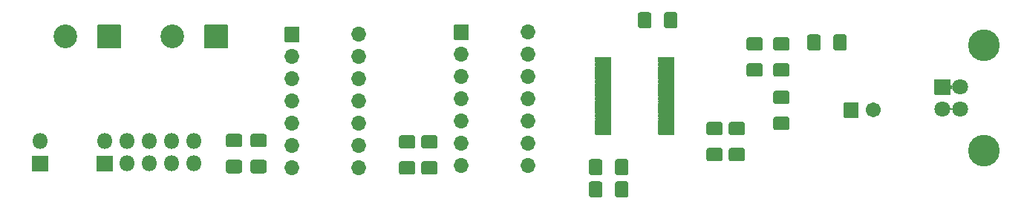
<source format=gbr>
G04 #@! TF.GenerationSoftware,KiCad,Pcbnew,(5.1.10)-1*
G04 #@! TF.CreationDate,2021-09-10T17:11:06+05:30*
G04 #@! TF.ProjectId,RL78-flash-programmer,524c3738-2d66-46c6-9173-682d70726f67,V1.2*
G04 #@! TF.SameCoordinates,Original*
G04 #@! TF.FileFunction,Soldermask,Top*
G04 #@! TF.FilePolarity,Negative*
%FSLAX46Y46*%
G04 Gerber Fmt 4.6, Leading zero omitted, Abs format (unit mm)*
G04 Created by KiCad (PCBNEW (5.1.10)-1) date 2021-09-10 17:11:06*
%MOMM*%
%LPD*%
G01*
G04 APERTURE LIST*
%ADD10O,1.802000X1.802000*%
%ADD11O,1.702000X1.702000*%
%ADD12C,1.702000*%
%ADD13C,1.802000*%
%ADD14C,3.602000*%
%ADD15C,2.702000*%
%ADD16C,0.100000*%
G04 APERTURE END LIST*
G36*
G01*
X98894000Y-71767000D02*
X97194000Y-71767000D01*
G75*
G02*
X97143000Y-71716000I0J51000D01*
G01*
X97143000Y-70016000D01*
G75*
G02*
X97194000Y-69965000I51000J0D01*
G01*
X98894000Y-69965000D01*
G75*
G02*
X98945000Y-70016000I0J-51000D01*
G01*
X98945000Y-71716000D01*
G75*
G02*
X98894000Y-71767000I-51000J0D01*
G01*
G37*
D10*
X98044000Y-68326000D03*
X100584000Y-70866000D03*
X100584000Y-68326000D03*
X103124000Y-70866000D03*
X103124000Y-68326000D03*
X105664000Y-70866000D03*
X105664000Y-68326000D03*
X108204000Y-70866000D03*
X108204000Y-68326000D03*
G36*
G01*
X91579000Y-70016000D02*
X91579000Y-71716000D01*
G75*
G02*
X91528000Y-71767000I-51000J0D01*
G01*
X89828000Y-71767000D01*
G75*
G02*
X89777000Y-71716000I0J51000D01*
G01*
X89777000Y-70016000D01*
G75*
G02*
X89828000Y-69965000I51000J0D01*
G01*
X91528000Y-69965000D01*
G75*
G02*
X91579000Y-70016000I0J-51000D01*
G01*
G37*
X90678000Y-68326000D03*
D11*
X127000000Y-56134000D03*
X119380000Y-71374000D03*
X127000000Y-58674000D03*
X119380000Y-68834000D03*
X127000000Y-61214000D03*
X119380000Y-66294000D03*
X127000000Y-63754000D03*
X119380000Y-63754000D03*
X127000000Y-66294000D03*
X119380000Y-61214000D03*
X127000000Y-68834000D03*
X119380000Y-58674000D03*
X127000000Y-71374000D03*
G36*
G01*
X118529000Y-56934000D02*
X118529000Y-55334000D01*
G75*
G02*
X118580000Y-55283000I51000J0D01*
G01*
X120180000Y-55283000D01*
G75*
G02*
X120231000Y-55334000I0J-51000D01*
G01*
X120231000Y-56934000D01*
G75*
G02*
X120180000Y-56985000I-51000J0D01*
G01*
X118580000Y-56985000D01*
G75*
G02*
X118529000Y-56934000I0J51000D01*
G01*
G37*
G36*
G01*
X137833000Y-56680000D02*
X137833000Y-55080000D01*
G75*
G02*
X137884000Y-55029000I51000J0D01*
G01*
X139484000Y-55029000D01*
G75*
G02*
X139535000Y-55080000I0J-51000D01*
G01*
X139535000Y-56680000D01*
G75*
G02*
X139484000Y-56731000I-51000J0D01*
G01*
X137884000Y-56731000D01*
G75*
G02*
X137833000Y-56680000I0J51000D01*
G01*
G37*
X146304000Y-71120000D03*
X138684000Y-58420000D03*
X146304000Y-68580000D03*
X138684000Y-60960000D03*
X146304000Y-66040000D03*
X138684000Y-63500000D03*
X146304000Y-63500000D03*
X138684000Y-66040000D03*
X146304000Y-60960000D03*
X138684000Y-68580000D03*
X146304000Y-58420000D03*
X138684000Y-71120000D03*
X146304000Y-55880000D03*
G36*
G01*
X182283000Y-65570000D02*
X182283000Y-63970000D01*
G75*
G02*
X182334000Y-63919000I51000J0D01*
G01*
X183934000Y-63919000D01*
G75*
G02*
X183985000Y-63970000I0J-51000D01*
G01*
X183985000Y-65570000D01*
G75*
G02*
X183934000Y-65621000I-51000J0D01*
G01*
X182334000Y-65621000D01*
G75*
G02*
X182283000Y-65570000I0J51000D01*
G01*
G37*
D12*
X185634000Y-64770000D03*
G36*
G01*
X112117894Y-67469000D02*
X113434106Y-67469000D01*
G75*
G02*
X113702000Y-67736894I0J-267894D01*
G01*
X113702000Y-68728106D01*
G75*
G02*
X113434106Y-68996000I-267894J0D01*
G01*
X112117894Y-68996000D01*
G75*
G02*
X111850000Y-68728106I0J267894D01*
G01*
X111850000Y-67736894D01*
G75*
G02*
X112117894Y-67469000I267894J0D01*
G01*
G37*
G36*
G01*
X112117894Y-70444000D02*
X113434106Y-70444000D01*
G75*
G02*
X113702000Y-70711894I0J-267894D01*
G01*
X113702000Y-71703106D01*
G75*
G02*
X113434106Y-71971000I-267894J0D01*
G01*
X112117894Y-71971000D01*
G75*
G02*
X111850000Y-71703106I0J267894D01*
G01*
X111850000Y-70711894D01*
G75*
G02*
X112117894Y-70444000I267894J0D01*
G01*
G37*
G36*
G01*
X134393694Y-67621400D02*
X135709906Y-67621400D01*
G75*
G02*
X135977800Y-67889294I0J-267894D01*
G01*
X135977800Y-68880506D01*
G75*
G02*
X135709906Y-69148400I-267894J0D01*
G01*
X134393694Y-69148400D01*
G75*
G02*
X134125800Y-68880506I0J267894D01*
G01*
X134125800Y-67889294D01*
G75*
G02*
X134393694Y-67621400I267894J0D01*
G01*
G37*
G36*
G01*
X134393694Y-70596400D02*
X135709906Y-70596400D01*
G75*
G02*
X135977800Y-70864294I0J-267894D01*
G01*
X135977800Y-71855506D01*
G75*
G02*
X135709906Y-72123400I-267894J0D01*
G01*
X134393694Y-72123400D01*
G75*
G02*
X134125800Y-71855506I0J267894D01*
G01*
X134125800Y-70864294D01*
G75*
G02*
X134393694Y-70596400I267894J0D01*
G01*
G37*
G36*
G01*
X114911894Y-70444000D02*
X116228106Y-70444000D01*
G75*
G02*
X116496000Y-70711894I0J-267894D01*
G01*
X116496000Y-71703106D01*
G75*
G02*
X116228106Y-71971000I-267894J0D01*
G01*
X114911894Y-71971000D01*
G75*
G02*
X114644000Y-71703106I0J267894D01*
G01*
X114644000Y-70711894D01*
G75*
G02*
X114911894Y-70444000I267894J0D01*
G01*
G37*
G36*
G01*
X114911894Y-67469000D02*
X116228106Y-67469000D01*
G75*
G02*
X116496000Y-67736894I0J-267894D01*
G01*
X116496000Y-68728106D01*
G75*
G02*
X116228106Y-68996000I-267894J0D01*
G01*
X114911894Y-68996000D01*
G75*
G02*
X114644000Y-68728106I0J267894D01*
G01*
X114644000Y-67736894D01*
G75*
G02*
X114911894Y-67469000I267894J0D01*
G01*
G37*
G36*
G01*
X131853694Y-67621400D02*
X133169906Y-67621400D01*
G75*
G02*
X133437800Y-67889294I0J-267894D01*
G01*
X133437800Y-68880506D01*
G75*
G02*
X133169906Y-69148400I-267894J0D01*
G01*
X131853694Y-69148400D01*
G75*
G02*
X131585800Y-68880506I0J267894D01*
G01*
X131585800Y-67889294D01*
G75*
G02*
X131853694Y-67621400I267894J0D01*
G01*
G37*
G36*
G01*
X131853694Y-70596400D02*
X133169906Y-70596400D01*
G75*
G02*
X133437800Y-70864294I0J-267894D01*
G01*
X133437800Y-71855506D01*
G75*
G02*
X133169906Y-72123400I-267894J0D01*
G01*
X131853694Y-72123400D01*
G75*
G02*
X131585800Y-71855506I0J267894D01*
G01*
X131585800Y-70864294D01*
G75*
G02*
X131853694Y-70596400I267894J0D01*
G01*
G37*
G36*
G01*
X170761906Y-67624400D02*
X169445694Y-67624400D01*
G75*
G02*
X169177800Y-67356506I0J267894D01*
G01*
X169177800Y-66365294D01*
G75*
G02*
X169445694Y-66097400I267894J0D01*
G01*
X170761906Y-66097400D01*
G75*
G02*
X171029800Y-66365294I0J-267894D01*
G01*
X171029800Y-67356506D01*
G75*
G02*
X170761906Y-67624400I-267894J0D01*
G01*
G37*
G36*
G01*
X170761906Y-70599400D02*
X169445694Y-70599400D01*
G75*
G02*
X169177800Y-70331506I0J267894D01*
G01*
X169177800Y-69340294D01*
G75*
G02*
X169445694Y-69072400I267894J0D01*
G01*
X170761906Y-69072400D01*
G75*
G02*
X171029800Y-69340294I0J-267894D01*
G01*
X171029800Y-70331506D01*
G75*
G02*
X170761906Y-70599400I-267894J0D01*
G01*
G37*
G36*
G01*
X168221906Y-70599400D02*
X166905694Y-70599400D01*
G75*
G02*
X166637800Y-70331506I0J267894D01*
G01*
X166637800Y-69340294D01*
G75*
G02*
X166905694Y-69072400I267894J0D01*
G01*
X168221906Y-69072400D01*
G75*
G02*
X168489800Y-69340294I0J-267894D01*
G01*
X168489800Y-70331506D01*
G75*
G02*
X168221906Y-70599400I-267894J0D01*
G01*
G37*
G36*
G01*
X168221906Y-67624400D02*
X166905694Y-67624400D01*
G75*
G02*
X166637800Y-67356506I0J267894D01*
G01*
X166637800Y-66365294D01*
G75*
G02*
X166905694Y-66097400I267894J0D01*
G01*
X168221906Y-66097400D01*
G75*
G02*
X168489800Y-66365294I0J-267894D01*
G01*
X168489800Y-67356506D01*
G75*
G02*
X168221906Y-67624400I-267894J0D01*
G01*
G37*
G36*
G01*
X154771800Y-73154294D02*
X154771800Y-74470506D01*
G75*
G02*
X154503906Y-74738400I-267894J0D01*
G01*
X153512694Y-74738400D01*
G75*
G02*
X153244800Y-74470506I0J267894D01*
G01*
X153244800Y-73154294D01*
G75*
G02*
X153512694Y-72886400I267894J0D01*
G01*
X154503906Y-72886400D01*
G75*
G02*
X154771800Y-73154294I0J-267894D01*
G01*
G37*
G36*
G01*
X157746800Y-73154294D02*
X157746800Y-74470506D01*
G75*
G02*
X157478906Y-74738400I-267894J0D01*
G01*
X156487694Y-74738400D01*
G75*
G02*
X156219800Y-74470506I0J267894D01*
G01*
X156219800Y-73154294D01*
G75*
G02*
X156487694Y-72886400I267894J0D01*
G01*
X157478906Y-72886400D01*
G75*
G02*
X157746800Y-73154294I0J-267894D01*
G01*
G37*
G36*
G01*
X157746800Y-70614294D02*
X157746800Y-71930506D01*
G75*
G02*
X157478906Y-72198400I-267894J0D01*
G01*
X156487694Y-72198400D01*
G75*
G02*
X156219800Y-71930506I0J267894D01*
G01*
X156219800Y-70614294D01*
G75*
G02*
X156487694Y-70346400I267894J0D01*
G01*
X157478906Y-70346400D01*
G75*
G02*
X157746800Y-70614294I0J-267894D01*
G01*
G37*
G36*
G01*
X154771800Y-70614294D02*
X154771800Y-71930506D01*
G75*
G02*
X154503906Y-72198400I-267894J0D01*
G01*
X153512694Y-72198400D01*
G75*
G02*
X153244800Y-71930506I0J267894D01*
G01*
X153244800Y-70614294D01*
G75*
G02*
X153512694Y-70346400I267894J0D01*
G01*
X154503906Y-70346400D01*
G75*
G02*
X154771800Y-70614294I0J-267894D01*
G01*
G37*
G36*
G01*
X161807800Y-55166506D02*
X161807800Y-53850294D01*
G75*
G02*
X162075694Y-53582400I267894J0D01*
G01*
X163066906Y-53582400D01*
G75*
G02*
X163334800Y-53850294I0J-267894D01*
G01*
X163334800Y-55166506D01*
G75*
G02*
X163066906Y-55434400I-267894J0D01*
G01*
X162075694Y-55434400D01*
G75*
G02*
X161807800Y-55166506I0J267894D01*
G01*
G37*
G36*
G01*
X158832800Y-55166506D02*
X158832800Y-53850294D01*
G75*
G02*
X159100694Y-53582400I267894J0D01*
G01*
X160091906Y-53582400D01*
G75*
G02*
X160359800Y-53850294I0J-267894D01*
G01*
X160359800Y-55166506D01*
G75*
G02*
X160091906Y-55434400I-267894J0D01*
G01*
X159100694Y-55434400D01*
G75*
G02*
X158832800Y-55166506I0J267894D01*
G01*
G37*
G36*
G01*
X171477694Y-59420400D02*
X172793906Y-59420400D01*
G75*
G02*
X173061800Y-59688294I0J-267894D01*
G01*
X173061800Y-60679506D01*
G75*
G02*
X172793906Y-60947400I-267894J0D01*
G01*
X171477694Y-60947400D01*
G75*
G02*
X171209800Y-60679506I0J267894D01*
G01*
X171209800Y-59688294D01*
G75*
G02*
X171477694Y-59420400I267894J0D01*
G01*
G37*
G36*
G01*
X171477694Y-56445400D02*
X172793906Y-56445400D01*
G75*
G02*
X173061800Y-56713294I0J-267894D01*
G01*
X173061800Y-57704506D01*
G75*
G02*
X172793906Y-57972400I-267894J0D01*
G01*
X171477694Y-57972400D01*
G75*
G02*
X171209800Y-57704506I0J267894D01*
G01*
X171209800Y-56713294D01*
G75*
G02*
X171477694Y-56445400I267894J0D01*
G01*
G37*
G36*
G01*
X174525694Y-56445400D02*
X175841906Y-56445400D01*
G75*
G02*
X176109800Y-56713294I0J-267894D01*
G01*
X176109800Y-57704506D01*
G75*
G02*
X175841906Y-57972400I-267894J0D01*
G01*
X174525694Y-57972400D01*
G75*
G02*
X174257800Y-57704506I0J267894D01*
G01*
X174257800Y-56713294D01*
G75*
G02*
X174525694Y-56445400I267894J0D01*
G01*
G37*
G36*
G01*
X174525694Y-59420400D02*
X175841906Y-59420400D01*
G75*
G02*
X176109800Y-59688294I0J-267894D01*
G01*
X176109800Y-60679506D01*
G75*
G02*
X175841906Y-60947400I-267894J0D01*
G01*
X174525694Y-60947400D01*
G75*
G02*
X174257800Y-60679506I0J267894D01*
G01*
X174257800Y-59688294D01*
G75*
G02*
X174525694Y-59420400I267894J0D01*
G01*
G37*
G36*
G01*
X174525694Y-65516400D02*
X175841906Y-65516400D01*
G75*
G02*
X176109800Y-65784294I0J-267894D01*
G01*
X176109800Y-66775506D01*
G75*
G02*
X175841906Y-67043400I-267894J0D01*
G01*
X174525694Y-67043400D01*
G75*
G02*
X174257800Y-66775506I0J267894D01*
G01*
X174257800Y-65784294D01*
G75*
G02*
X174525694Y-65516400I267894J0D01*
G01*
G37*
G36*
G01*
X174525694Y-62541400D02*
X175841906Y-62541400D01*
G75*
G02*
X176109800Y-62809294I0J-267894D01*
G01*
X176109800Y-63800506D01*
G75*
G02*
X175841906Y-64068400I-267894J0D01*
G01*
X174525694Y-64068400D01*
G75*
G02*
X174257800Y-63800506I0J267894D01*
G01*
X174257800Y-62809294D01*
G75*
G02*
X174525694Y-62541400I267894J0D01*
G01*
G37*
G36*
G01*
X178136800Y-57706506D02*
X178136800Y-56390294D01*
G75*
G02*
X178404694Y-56122400I267894J0D01*
G01*
X179395906Y-56122400D01*
G75*
G02*
X179663800Y-56390294I0J-267894D01*
G01*
X179663800Y-57706506D01*
G75*
G02*
X179395906Y-57974400I-267894J0D01*
G01*
X178404694Y-57974400D01*
G75*
G02*
X178136800Y-57706506I0J267894D01*
G01*
G37*
G36*
G01*
X181111800Y-57706506D02*
X181111800Y-56390294D01*
G75*
G02*
X181379694Y-56122400I267894J0D01*
G01*
X182370906Y-56122400D01*
G75*
G02*
X182638800Y-56390294I0J-267894D01*
G01*
X182638800Y-57706506D01*
G75*
G02*
X182370906Y-57974400I-267894J0D01*
G01*
X181379694Y-57974400D01*
G75*
G02*
X181111800Y-57706506I0J267894D01*
G01*
G37*
G36*
G01*
X192647000Y-62978400D02*
X192647000Y-61278400D01*
G75*
G02*
X192698000Y-61227400I51000J0D01*
G01*
X194398000Y-61227400D01*
G75*
G02*
X194449000Y-61278400I0J-51000D01*
G01*
X194449000Y-62978400D01*
G75*
G02*
X194398000Y-63029400I-51000J0D01*
G01*
X192698000Y-63029400D01*
G75*
G02*
X192647000Y-62978400I0J51000D01*
G01*
G37*
D13*
X193548000Y-64628400D03*
X195548000Y-64628400D03*
X195548000Y-62128400D03*
D14*
X198258000Y-57358400D03*
X198258000Y-69398400D03*
G36*
G01*
X153937800Y-59094400D02*
X153937800Y-58744400D01*
G75*
G02*
X153988800Y-58693400I51000J0D01*
G01*
X155738800Y-58693400D01*
G75*
G02*
X155789800Y-58744400I0J-51000D01*
G01*
X155789800Y-59094400D01*
G75*
G02*
X155738800Y-59145400I-51000J0D01*
G01*
X153988800Y-59145400D01*
G75*
G02*
X153937800Y-59094400I0J51000D01*
G01*
G37*
G36*
G01*
X153937800Y-59744400D02*
X153937800Y-59394400D01*
G75*
G02*
X153988800Y-59343400I51000J0D01*
G01*
X155738800Y-59343400D01*
G75*
G02*
X155789800Y-59394400I0J-51000D01*
G01*
X155789800Y-59744400D01*
G75*
G02*
X155738800Y-59795400I-51000J0D01*
G01*
X153988800Y-59795400D01*
G75*
G02*
X153937800Y-59744400I0J51000D01*
G01*
G37*
G36*
G01*
X153937800Y-60394400D02*
X153937800Y-60044400D01*
G75*
G02*
X153988800Y-59993400I51000J0D01*
G01*
X155738800Y-59993400D01*
G75*
G02*
X155789800Y-60044400I0J-51000D01*
G01*
X155789800Y-60394400D01*
G75*
G02*
X155738800Y-60445400I-51000J0D01*
G01*
X153988800Y-60445400D01*
G75*
G02*
X153937800Y-60394400I0J51000D01*
G01*
G37*
G36*
G01*
X153937800Y-61044400D02*
X153937800Y-60694400D01*
G75*
G02*
X153988800Y-60643400I51000J0D01*
G01*
X155738800Y-60643400D01*
G75*
G02*
X155789800Y-60694400I0J-51000D01*
G01*
X155789800Y-61044400D01*
G75*
G02*
X155738800Y-61095400I-51000J0D01*
G01*
X153988800Y-61095400D01*
G75*
G02*
X153937800Y-61044400I0J51000D01*
G01*
G37*
G36*
G01*
X153937800Y-61694400D02*
X153937800Y-61344400D01*
G75*
G02*
X153988800Y-61293400I51000J0D01*
G01*
X155738800Y-61293400D01*
G75*
G02*
X155789800Y-61344400I0J-51000D01*
G01*
X155789800Y-61694400D01*
G75*
G02*
X155738800Y-61745400I-51000J0D01*
G01*
X153988800Y-61745400D01*
G75*
G02*
X153937800Y-61694400I0J51000D01*
G01*
G37*
G36*
G01*
X153937800Y-62344400D02*
X153937800Y-61994400D01*
G75*
G02*
X153988800Y-61943400I51000J0D01*
G01*
X155738800Y-61943400D01*
G75*
G02*
X155789800Y-61994400I0J-51000D01*
G01*
X155789800Y-62344400D01*
G75*
G02*
X155738800Y-62395400I-51000J0D01*
G01*
X153988800Y-62395400D01*
G75*
G02*
X153937800Y-62344400I0J51000D01*
G01*
G37*
G36*
G01*
X153937800Y-62994400D02*
X153937800Y-62644400D01*
G75*
G02*
X153988800Y-62593400I51000J0D01*
G01*
X155738800Y-62593400D01*
G75*
G02*
X155789800Y-62644400I0J-51000D01*
G01*
X155789800Y-62994400D01*
G75*
G02*
X155738800Y-63045400I-51000J0D01*
G01*
X153988800Y-63045400D01*
G75*
G02*
X153937800Y-62994400I0J51000D01*
G01*
G37*
G36*
G01*
X153937800Y-63644400D02*
X153937800Y-63294400D01*
G75*
G02*
X153988800Y-63243400I51000J0D01*
G01*
X155738800Y-63243400D01*
G75*
G02*
X155789800Y-63294400I0J-51000D01*
G01*
X155789800Y-63644400D01*
G75*
G02*
X155738800Y-63695400I-51000J0D01*
G01*
X153988800Y-63695400D01*
G75*
G02*
X153937800Y-63644400I0J51000D01*
G01*
G37*
G36*
G01*
X153937800Y-64294400D02*
X153937800Y-63944400D01*
G75*
G02*
X153988800Y-63893400I51000J0D01*
G01*
X155738800Y-63893400D01*
G75*
G02*
X155789800Y-63944400I0J-51000D01*
G01*
X155789800Y-64294400D01*
G75*
G02*
X155738800Y-64345400I-51000J0D01*
G01*
X153988800Y-64345400D01*
G75*
G02*
X153937800Y-64294400I0J51000D01*
G01*
G37*
G36*
G01*
X153937800Y-64944400D02*
X153937800Y-64594400D01*
G75*
G02*
X153988800Y-64543400I51000J0D01*
G01*
X155738800Y-64543400D01*
G75*
G02*
X155789800Y-64594400I0J-51000D01*
G01*
X155789800Y-64944400D01*
G75*
G02*
X155738800Y-64995400I-51000J0D01*
G01*
X153988800Y-64995400D01*
G75*
G02*
X153937800Y-64944400I0J51000D01*
G01*
G37*
G36*
G01*
X153937800Y-65594400D02*
X153937800Y-65244400D01*
G75*
G02*
X153988800Y-65193400I51000J0D01*
G01*
X155738800Y-65193400D01*
G75*
G02*
X155789800Y-65244400I0J-51000D01*
G01*
X155789800Y-65594400D01*
G75*
G02*
X155738800Y-65645400I-51000J0D01*
G01*
X153988800Y-65645400D01*
G75*
G02*
X153937800Y-65594400I0J51000D01*
G01*
G37*
G36*
G01*
X153937800Y-66244400D02*
X153937800Y-65894400D01*
G75*
G02*
X153988800Y-65843400I51000J0D01*
G01*
X155738800Y-65843400D01*
G75*
G02*
X155789800Y-65894400I0J-51000D01*
G01*
X155789800Y-66244400D01*
G75*
G02*
X155738800Y-66295400I-51000J0D01*
G01*
X153988800Y-66295400D01*
G75*
G02*
X153937800Y-66244400I0J51000D01*
G01*
G37*
G36*
G01*
X153937800Y-66894400D02*
X153937800Y-66544400D01*
G75*
G02*
X153988800Y-66493400I51000J0D01*
G01*
X155738800Y-66493400D01*
G75*
G02*
X155789800Y-66544400I0J-51000D01*
G01*
X155789800Y-66894400D01*
G75*
G02*
X155738800Y-66945400I-51000J0D01*
G01*
X153988800Y-66945400D01*
G75*
G02*
X153937800Y-66894400I0J51000D01*
G01*
G37*
G36*
G01*
X153937800Y-67544400D02*
X153937800Y-67194400D01*
G75*
G02*
X153988800Y-67143400I51000J0D01*
G01*
X155738800Y-67143400D01*
G75*
G02*
X155789800Y-67194400I0J-51000D01*
G01*
X155789800Y-67544400D01*
G75*
G02*
X155738800Y-67595400I-51000J0D01*
G01*
X153988800Y-67595400D01*
G75*
G02*
X153937800Y-67544400I0J51000D01*
G01*
G37*
G36*
G01*
X161137800Y-67544400D02*
X161137800Y-67194400D01*
G75*
G02*
X161188800Y-67143400I51000J0D01*
G01*
X162938800Y-67143400D01*
G75*
G02*
X162989800Y-67194400I0J-51000D01*
G01*
X162989800Y-67544400D01*
G75*
G02*
X162938800Y-67595400I-51000J0D01*
G01*
X161188800Y-67595400D01*
G75*
G02*
X161137800Y-67544400I0J51000D01*
G01*
G37*
G36*
G01*
X161137800Y-66894400D02*
X161137800Y-66544400D01*
G75*
G02*
X161188800Y-66493400I51000J0D01*
G01*
X162938800Y-66493400D01*
G75*
G02*
X162989800Y-66544400I0J-51000D01*
G01*
X162989800Y-66894400D01*
G75*
G02*
X162938800Y-66945400I-51000J0D01*
G01*
X161188800Y-66945400D01*
G75*
G02*
X161137800Y-66894400I0J51000D01*
G01*
G37*
G36*
G01*
X161137800Y-66244400D02*
X161137800Y-65894400D01*
G75*
G02*
X161188800Y-65843400I51000J0D01*
G01*
X162938800Y-65843400D01*
G75*
G02*
X162989800Y-65894400I0J-51000D01*
G01*
X162989800Y-66244400D01*
G75*
G02*
X162938800Y-66295400I-51000J0D01*
G01*
X161188800Y-66295400D01*
G75*
G02*
X161137800Y-66244400I0J51000D01*
G01*
G37*
G36*
G01*
X161137800Y-65594400D02*
X161137800Y-65244400D01*
G75*
G02*
X161188800Y-65193400I51000J0D01*
G01*
X162938800Y-65193400D01*
G75*
G02*
X162989800Y-65244400I0J-51000D01*
G01*
X162989800Y-65594400D01*
G75*
G02*
X162938800Y-65645400I-51000J0D01*
G01*
X161188800Y-65645400D01*
G75*
G02*
X161137800Y-65594400I0J51000D01*
G01*
G37*
G36*
G01*
X161137800Y-64944400D02*
X161137800Y-64594400D01*
G75*
G02*
X161188800Y-64543400I51000J0D01*
G01*
X162938800Y-64543400D01*
G75*
G02*
X162989800Y-64594400I0J-51000D01*
G01*
X162989800Y-64944400D01*
G75*
G02*
X162938800Y-64995400I-51000J0D01*
G01*
X161188800Y-64995400D01*
G75*
G02*
X161137800Y-64944400I0J51000D01*
G01*
G37*
G36*
G01*
X161137800Y-64294400D02*
X161137800Y-63944400D01*
G75*
G02*
X161188800Y-63893400I51000J0D01*
G01*
X162938800Y-63893400D01*
G75*
G02*
X162989800Y-63944400I0J-51000D01*
G01*
X162989800Y-64294400D01*
G75*
G02*
X162938800Y-64345400I-51000J0D01*
G01*
X161188800Y-64345400D01*
G75*
G02*
X161137800Y-64294400I0J51000D01*
G01*
G37*
G36*
G01*
X161137800Y-63644400D02*
X161137800Y-63294400D01*
G75*
G02*
X161188800Y-63243400I51000J0D01*
G01*
X162938800Y-63243400D01*
G75*
G02*
X162989800Y-63294400I0J-51000D01*
G01*
X162989800Y-63644400D01*
G75*
G02*
X162938800Y-63695400I-51000J0D01*
G01*
X161188800Y-63695400D01*
G75*
G02*
X161137800Y-63644400I0J51000D01*
G01*
G37*
G36*
G01*
X161137800Y-62994400D02*
X161137800Y-62644400D01*
G75*
G02*
X161188800Y-62593400I51000J0D01*
G01*
X162938800Y-62593400D01*
G75*
G02*
X162989800Y-62644400I0J-51000D01*
G01*
X162989800Y-62994400D01*
G75*
G02*
X162938800Y-63045400I-51000J0D01*
G01*
X161188800Y-63045400D01*
G75*
G02*
X161137800Y-62994400I0J51000D01*
G01*
G37*
G36*
G01*
X161137800Y-62344400D02*
X161137800Y-61994400D01*
G75*
G02*
X161188800Y-61943400I51000J0D01*
G01*
X162938800Y-61943400D01*
G75*
G02*
X162989800Y-61994400I0J-51000D01*
G01*
X162989800Y-62344400D01*
G75*
G02*
X162938800Y-62395400I-51000J0D01*
G01*
X161188800Y-62395400D01*
G75*
G02*
X161137800Y-62344400I0J51000D01*
G01*
G37*
G36*
G01*
X161137800Y-61694400D02*
X161137800Y-61344400D01*
G75*
G02*
X161188800Y-61293400I51000J0D01*
G01*
X162938800Y-61293400D01*
G75*
G02*
X162989800Y-61344400I0J-51000D01*
G01*
X162989800Y-61694400D01*
G75*
G02*
X162938800Y-61745400I-51000J0D01*
G01*
X161188800Y-61745400D01*
G75*
G02*
X161137800Y-61694400I0J51000D01*
G01*
G37*
G36*
G01*
X161137800Y-61044400D02*
X161137800Y-60694400D01*
G75*
G02*
X161188800Y-60643400I51000J0D01*
G01*
X162938800Y-60643400D01*
G75*
G02*
X162989800Y-60694400I0J-51000D01*
G01*
X162989800Y-61044400D01*
G75*
G02*
X162938800Y-61095400I-51000J0D01*
G01*
X161188800Y-61095400D01*
G75*
G02*
X161137800Y-61044400I0J51000D01*
G01*
G37*
G36*
G01*
X161137800Y-60394400D02*
X161137800Y-60044400D01*
G75*
G02*
X161188800Y-59993400I51000J0D01*
G01*
X162938800Y-59993400D01*
G75*
G02*
X162989800Y-60044400I0J-51000D01*
G01*
X162989800Y-60394400D01*
G75*
G02*
X162938800Y-60445400I-51000J0D01*
G01*
X161188800Y-60445400D01*
G75*
G02*
X161137800Y-60394400I0J51000D01*
G01*
G37*
G36*
G01*
X161137800Y-59744400D02*
X161137800Y-59394400D01*
G75*
G02*
X161188800Y-59343400I51000J0D01*
G01*
X162938800Y-59343400D01*
G75*
G02*
X162989800Y-59394400I0J-51000D01*
G01*
X162989800Y-59744400D01*
G75*
G02*
X162938800Y-59795400I-51000J0D01*
G01*
X161188800Y-59795400D01*
G75*
G02*
X161137800Y-59744400I0J51000D01*
G01*
G37*
G36*
G01*
X161137800Y-59094400D02*
X161137800Y-58744400D01*
G75*
G02*
X161188800Y-58693400I51000J0D01*
G01*
X162938800Y-58693400D01*
G75*
G02*
X162989800Y-58744400I0J-51000D01*
G01*
X162989800Y-59094400D01*
G75*
G02*
X162938800Y-59145400I-51000J0D01*
G01*
X161188800Y-59145400D01*
G75*
G02*
X161137800Y-59094400I0J51000D01*
G01*
G37*
G36*
G01*
X99903000Y-55088000D02*
X99903000Y-57688000D01*
G75*
G02*
X99852000Y-57739000I-51000J0D01*
G01*
X97252000Y-57739000D01*
G75*
G02*
X97201000Y-57688000I0J51000D01*
G01*
X97201000Y-55088000D01*
G75*
G02*
X97252000Y-55037000I51000J0D01*
G01*
X99852000Y-55037000D01*
G75*
G02*
X99903000Y-55088000I0J-51000D01*
G01*
G37*
D15*
X93552000Y-56388000D03*
X105744000Y-56388000D03*
G36*
G01*
X112095000Y-55088000D02*
X112095000Y-57688000D01*
G75*
G02*
X112044000Y-57739000I-51000J0D01*
G01*
X109444000Y-57739000D01*
G75*
G02*
X109393000Y-57688000I0J51000D01*
G01*
X109393000Y-55088000D01*
G75*
G02*
X109444000Y-55037000I51000J0D01*
G01*
X112044000Y-55037000D01*
G75*
G02*
X112095000Y-55088000I0J-51000D01*
G01*
G37*
D16*
G36*
X155791532Y-66944400D02*
G01*
X155791800Y-66945400D01*
X155791800Y-67143400D01*
X155790800Y-67145132D01*
X155789800Y-67145400D01*
X153937800Y-67145400D01*
X153936068Y-67144400D01*
X153935800Y-67143400D01*
X153935800Y-66945400D01*
X153936800Y-66943668D01*
X153937800Y-66943400D01*
X155789800Y-66943400D01*
X155791532Y-66944400D01*
G37*
G36*
X162991532Y-66944400D02*
G01*
X162991800Y-66945400D01*
X162991800Y-67143400D01*
X162990800Y-67145132D01*
X162989800Y-67145400D01*
X161137800Y-67145400D01*
X161136068Y-67144400D01*
X161135800Y-67143400D01*
X161135800Y-66945400D01*
X161136800Y-66943668D01*
X161137800Y-66943400D01*
X162989800Y-66943400D01*
X162991532Y-66944400D01*
G37*
G36*
X162991532Y-66294400D02*
G01*
X162991800Y-66295400D01*
X162991800Y-66493400D01*
X162990800Y-66495132D01*
X162989800Y-66495400D01*
X161137800Y-66495400D01*
X161136068Y-66494400D01*
X161135800Y-66493400D01*
X161135800Y-66295400D01*
X161136800Y-66293668D01*
X161137800Y-66293400D01*
X162989800Y-66293400D01*
X162991532Y-66294400D01*
G37*
G36*
X155791532Y-66294400D02*
G01*
X155791800Y-66295400D01*
X155791800Y-66493400D01*
X155790800Y-66495132D01*
X155789800Y-66495400D01*
X153937800Y-66495400D01*
X153936068Y-66494400D01*
X153935800Y-66493400D01*
X153935800Y-66295400D01*
X153936800Y-66293668D01*
X153937800Y-66293400D01*
X155789800Y-66293400D01*
X155791532Y-66294400D01*
G37*
G36*
X155791532Y-65644400D02*
G01*
X155791800Y-65645400D01*
X155791800Y-65843400D01*
X155790800Y-65845132D01*
X155789800Y-65845400D01*
X153937800Y-65845400D01*
X153936068Y-65844400D01*
X153935800Y-65843400D01*
X153935800Y-65645400D01*
X153936800Y-65643668D01*
X153937800Y-65643400D01*
X155789800Y-65643400D01*
X155791532Y-65644400D01*
G37*
G36*
X162991532Y-65644400D02*
G01*
X162991800Y-65645400D01*
X162991800Y-65843400D01*
X162990800Y-65845132D01*
X162989800Y-65845400D01*
X161137800Y-65845400D01*
X161136068Y-65844400D01*
X161135800Y-65843400D01*
X161135800Y-65645400D01*
X161136800Y-65643668D01*
X161137800Y-65643400D01*
X162989800Y-65643400D01*
X162991532Y-65644400D01*
G37*
G36*
X155791532Y-64994400D02*
G01*
X155791800Y-64995400D01*
X155791800Y-65193400D01*
X155790800Y-65195132D01*
X155789800Y-65195400D01*
X153937800Y-65195400D01*
X153936068Y-65194400D01*
X153935800Y-65193400D01*
X153935800Y-64995400D01*
X153936800Y-64993668D01*
X153937800Y-64993400D01*
X155789800Y-64993400D01*
X155791532Y-64994400D01*
G37*
G36*
X162991532Y-64994400D02*
G01*
X162991800Y-64995400D01*
X162991800Y-65193400D01*
X162990800Y-65195132D01*
X162989800Y-65195400D01*
X161137800Y-65195400D01*
X161136068Y-65194400D01*
X161135800Y-65193400D01*
X161135800Y-64995400D01*
X161136800Y-64993668D01*
X161137800Y-64993400D01*
X162989800Y-64993400D01*
X162991532Y-64994400D01*
G37*
G36*
X194670277Y-64450853D02*
G01*
X194670779Y-64452610D01*
X194653339Y-64540286D01*
X194653339Y-64716514D01*
X194670779Y-64804190D01*
X194670136Y-64806084D01*
X194668174Y-64806474D01*
X194666903Y-64805161D01*
X194661627Y-64787769D01*
X194650262Y-64766505D01*
X194634967Y-64747868D01*
X194616330Y-64732573D01*
X194595066Y-64721208D01*
X194571991Y-64714208D01*
X194548000Y-64711845D01*
X194524009Y-64714208D01*
X194500934Y-64721208D01*
X194479670Y-64732573D01*
X194461033Y-64747868D01*
X194445738Y-64766505D01*
X194434373Y-64787769D01*
X194429097Y-64805161D01*
X194427637Y-64806528D01*
X194425723Y-64805947D01*
X194425221Y-64804190D01*
X194442661Y-64716514D01*
X194442661Y-64540286D01*
X194425221Y-64452610D01*
X194425864Y-64450716D01*
X194427826Y-64450326D01*
X194429097Y-64451639D01*
X194434373Y-64469031D01*
X194445738Y-64490295D01*
X194461033Y-64508932D01*
X194479670Y-64524227D01*
X194500934Y-64535592D01*
X194524009Y-64542592D01*
X194548000Y-64544955D01*
X194571991Y-64542592D01*
X194595066Y-64535592D01*
X194616330Y-64524227D01*
X194634967Y-64508932D01*
X194650262Y-64490295D01*
X194661627Y-64469031D01*
X194666903Y-64451639D01*
X194668363Y-64450272D01*
X194670277Y-64450853D01*
G37*
G36*
X162991532Y-64344400D02*
G01*
X162991800Y-64345400D01*
X162991800Y-64543400D01*
X162990800Y-64545132D01*
X162989800Y-64545400D01*
X161137800Y-64545400D01*
X161136068Y-64544400D01*
X161135800Y-64543400D01*
X161135800Y-64345400D01*
X161136800Y-64343668D01*
X161137800Y-64343400D01*
X162989800Y-64343400D01*
X162991532Y-64344400D01*
G37*
G36*
X155791532Y-64344400D02*
G01*
X155791800Y-64345400D01*
X155791800Y-64543400D01*
X155790800Y-64545132D01*
X155789800Y-64545400D01*
X153937800Y-64545400D01*
X153936068Y-64544400D01*
X153935800Y-64543400D01*
X153935800Y-64345400D01*
X153936800Y-64343668D01*
X153937800Y-64343400D01*
X155789800Y-64343400D01*
X155791532Y-64344400D01*
G37*
G36*
X155791532Y-63694400D02*
G01*
X155791800Y-63695400D01*
X155791800Y-63893400D01*
X155790800Y-63895132D01*
X155789800Y-63895400D01*
X153937800Y-63895400D01*
X153936068Y-63894400D01*
X153935800Y-63893400D01*
X153935800Y-63695400D01*
X153936800Y-63693668D01*
X153937800Y-63693400D01*
X155789800Y-63693400D01*
X155791532Y-63694400D01*
G37*
G36*
X162991532Y-63694400D02*
G01*
X162991800Y-63695400D01*
X162991800Y-63893400D01*
X162990800Y-63895132D01*
X162989800Y-63895400D01*
X161137800Y-63895400D01*
X161136068Y-63894400D01*
X161135800Y-63893400D01*
X161135800Y-63695400D01*
X161136800Y-63693668D01*
X161137800Y-63693400D01*
X162989800Y-63693400D01*
X162991532Y-63694400D01*
G37*
G36*
X155791532Y-63044400D02*
G01*
X155791800Y-63045400D01*
X155791800Y-63243400D01*
X155790800Y-63245132D01*
X155789800Y-63245400D01*
X153937800Y-63245400D01*
X153936068Y-63244400D01*
X153935800Y-63243400D01*
X153935800Y-63045400D01*
X153936800Y-63043668D01*
X153937800Y-63043400D01*
X155789800Y-63043400D01*
X155791532Y-63044400D01*
G37*
G36*
X162991532Y-63044400D02*
G01*
X162991800Y-63045400D01*
X162991800Y-63243400D01*
X162990800Y-63245132D01*
X162989800Y-63245400D01*
X161137800Y-63245400D01*
X161136068Y-63244400D01*
X161135800Y-63243400D01*
X161135800Y-63045400D01*
X161136800Y-63043668D01*
X161137800Y-63043400D01*
X162989800Y-63043400D01*
X162991532Y-63044400D01*
G37*
G36*
X162991532Y-62394400D02*
G01*
X162991800Y-62395400D01*
X162991800Y-62593400D01*
X162990800Y-62595132D01*
X162989800Y-62595400D01*
X161137800Y-62595400D01*
X161136068Y-62594400D01*
X161135800Y-62593400D01*
X161135800Y-62395400D01*
X161136800Y-62393668D01*
X161137800Y-62393400D01*
X162989800Y-62393400D01*
X162991532Y-62394400D01*
G37*
G36*
X155791532Y-62394400D02*
G01*
X155791800Y-62395400D01*
X155791800Y-62593400D01*
X155790800Y-62595132D01*
X155789800Y-62595400D01*
X153937800Y-62595400D01*
X153936068Y-62594400D01*
X153935800Y-62593400D01*
X153935800Y-62395400D01*
X153936800Y-62393668D01*
X153937800Y-62393400D01*
X155789800Y-62393400D01*
X155791532Y-62394400D01*
G37*
G36*
X194450990Y-61811495D02*
G01*
X194453372Y-61835682D01*
X194460372Y-61858757D01*
X194471737Y-61880021D01*
X194487032Y-61898658D01*
X194505669Y-61913953D01*
X194526933Y-61925318D01*
X194550008Y-61932318D01*
X194573999Y-61934681D01*
X194597990Y-61932318D01*
X194621065Y-61925318D01*
X194642329Y-61913953D01*
X194660966Y-61898658D01*
X194676261Y-61880021D01*
X194684828Y-61863992D01*
X194686527Y-61862936D01*
X194688290Y-61863879D01*
X194688440Y-61865700D01*
X194687721Y-61867436D01*
X194653339Y-62040286D01*
X194653339Y-62216514D01*
X194687721Y-62389364D01*
X194688440Y-62391100D01*
X194688179Y-62393082D01*
X194686331Y-62393848D01*
X194684828Y-62392808D01*
X194676261Y-62376779D01*
X194660965Y-62358142D01*
X194642328Y-62342847D01*
X194621065Y-62331482D01*
X194597990Y-62324482D01*
X194573999Y-62322119D01*
X194550008Y-62324482D01*
X194526933Y-62331482D01*
X194505669Y-62342847D01*
X194487032Y-62358143D01*
X194471737Y-62376780D01*
X194460372Y-62398043D01*
X194453372Y-62421118D01*
X194450990Y-62445305D01*
X194449825Y-62446931D01*
X194447835Y-62446735D01*
X194447000Y-62445109D01*
X194447000Y-61811691D01*
X194448000Y-61809959D01*
X194450000Y-61809959D01*
X194450990Y-61811495D01*
G37*
G36*
X155791532Y-61744400D02*
G01*
X155791800Y-61745400D01*
X155791800Y-61943400D01*
X155790800Y-61945132D01*
X155789800Y-61945400D01*
X153937800Y-61945400D01*
X153936068Y-61944400D01*
X153935800Y-61943400D01*
X153935800Y-61745400D01*
X153936800Y-61743668D01*
X153937800Y-61743400D01*
X155789800Y-61743400D01*
X155791532Y-61744400D01*
G37*
G36*
X162991532Y-61744400D02*
G01*
X162991800Y-61745400D01*
X162991800Y-61943400D01*
X162990800Y-61945132D01*
X162989800Y-61945400D01*
X161137800Y-61945400D01*
X161136068Y-61944400D01*
X161135800Y-61943400D01*
X161135800Y-61745400D01*
X161136800Y-61743668D01*
X161137800Y-61743400D01*
X162989800Y-61743400D01*
X162991532Y-61744400D01*
G37*
G36*
X155791532Y-61094400D02*
G01*
X155791800Y-61095400D01*
X155791800Y-61293400D01*
X155790800Y-61295132D01*
X155789800Y-61295400D01*
X153937800Y-61295400D01*
X153936068Y-61294400D01*
X153935800Y-61293400D01*
X153935800Y-61095400D01*
X153936800Y-61093668D01*
X153937800Y-61093400D01*
X155789800Y-61093400D01*
X155791532Y-61094400D01*
G37*
G36*
X162991532Y-61094400D02*
G01*
X162991800Y-61095400D01*
X162991800Y-61293400D01*
X162990800Y-61295132D01*
X162989800Y-61295400D01*
X161137800Y-61295400D01*
X161136068Y-61294400D01*
X161135800Y-61293400D01*
X161135800Y-61095400D01*
X161136800Y-61093668D01*
X161137800Y-61093400D01*
X162989800Y-61093400D01*
X162991532Y-61094400D01*
G37*
G36*
X155791532Y-60444400D02*
G01*
X155791800Y-60445400D01*
X155791800Y-60643400D01*
X155790800Y-60645132D01*
X155789800Y-60645400D01*
X153937800Y-60645400D01*
X153936068Y-60644400D01*
X153935800Y-60643400D01*
X153935800Y-60445400D01*
X153936800Y-60443668D01*
X153937800Y-60443400D01*
X155789800Y-60443400D01*
X155791532Y-60444400D01*
G37*
G36*
X162991532Y-60444400D02*
G01*
X162991800Y-60445400D01*
X162991800Y-60643400D01*
X162990800Y-60645132D01*
X162989800Y-60645400D01*
X161137800Y-60645400D01*
X161136068Y-60644400D01*
X161135800Y-60643400D01*
X161135800Y-60445400D01*
X161136800Y-60443668D01*
X161137800Y-60443400D01*
X162989800Y-60443400D01*
X162991532Y-60444400D01*
G37*
G36*
X155791532Y-59794400D02*
G01*
X155791800Y-59795400D01*
X155791800Y-59993400D01*
X155790800Y-59995132D01*
X155789800Y-59995400D01*
X153937800Y-59995400D01*
X153936068Y-59994400D01*
X153935800Y-59993400D01*
X153935800Y-59795400D01*
X153936800Y-59793668D01*
X153937800Y-59793400D01*
X155789800Y-59793400D01*
X155791532Y-59794400D01*
G37*
G36*
X162991532Y-59794400D02*
G01*
X162991800Y-59795400D01*
X162991800Y-59993400D01*
X162990800Y-59995132D01*
X162989800Y-59995400D01*
X161137800Y-59995400D01*
X161136068Y-59994400D01*
X161135800Y-59993400D01*
X161135800Y-59795400D01*
X161136800Y-59793668D01*
X161137800Y-59793400D01*
X162989800Y-59793400D01*
X162991532Y-59794400D01*
G37*
G36*
X155791532Y-59144400D02*
G01*
X155791800Y-59145400D01*
X155791800Y-59343400D01*
X155790800Y-59345132D01*
X155789800Y-59345400D01*
X153937800Y-59345400D01*
X153936068Y-59344400D01*
X153935800Y-59343400D01*
X153935800Y-59145400D01*
X153936800Y-59143668D01*
X153937800Y-59143400D01*
X155789800Y-59143400D01*
X155791532Y-59144400D01*
G37*
G36*
X162991532Y-59144400D02*
G01*
X162991800Y-59145400D01*
X162991800Y-59343400D01*
X162990800Y-59345132D01*
X162989800Y-59345400D01*
X161137800Y-59345400D01*
X161136068Y-59344400D01*
X161135800Y-59343400D01*
X161135800Y-59145400D01*
X161136800Y-59143668D01*
X161137800Y-59143400D01*
X162989800Y-59143400D01*
X162991532Y-59144400D01*
G37*
M02*

</source>
